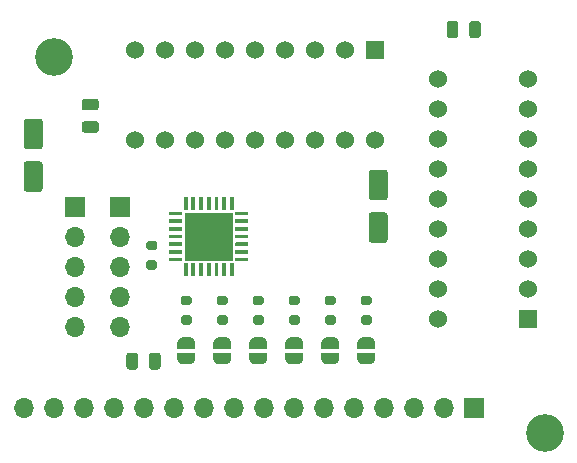
<source format=gbr>
%TF.GenerationSoftware,KiCad,Pcbnew,5.1.10-88a1d61d58~90~ubuntu20.04.1*%
%TF.CreationDate,2021-11-15T16:44:40-05:00*%
%TF.ProjectId,pcb-controller,7063622d-636f-46e7-9472-6f6c6c65722e,rev?*%
%TF.SameCoordinates,Original*%
%TF.FileFunction,Soldermask,Top*%
%TF.FilePolarity,Negative*%
%FSLAX46Y46*%
G04 Gerber Fmt 4.6, Leading zero omitted, Abs format (unit mm)*
G04 Created by KiCad (PCBNEW 5.1.10-88a1d61d58~90~ubuntu20.04.1) date 2021-11-15 16:44:40*
%MOMM*%
%LPD*%
G01*
G04 APERTURE LIST*
%ADD10O,1.700000X1.700000*%
%ADD11R,1.700000X1.700000*%
%ADD12C,1.524000*%
%ADD13R,1.524000X1.524000*%
%ADD14C,0.100000*%
%ADD15C,3.200000*%
%ADD16R,4.100000X4.100000*%
G04 APERTURE END LIST*
D10*
%TO.C,J3*%
X22352000Y-53848000D03*
X24892000Y-53848000D03*
X27432000Y-53848000D03*
X29972000Y-53848000D03*
X32512000Y-53848000D03*
X35052000Y-53848000D03*
X37592000Y-53848000D03*
X40132000Y-53848000D03*
X42672000Y-53848000D03*
X45212000Y-53848000D03*
X47752000Y-53848000D03*
X50292000Y-53848000D03*
X52832000Y-53848000D03*
X55372000Y-53848000D03*
X57912000Y-53848000D03*
D11*
X60452000Y-53848000D03*
%TD*%
%TO.C,C5*%
G36*
G01*
X28415000Y-28694000D02*
X27465000Y-28694000D01*
G75*
G02*
X27215000Y-28444000I0J250000D01*
G01*
X27215000Y-27944000D01*
G75*
G02*
X27465000Y-27694000I250000J0D01*
G01*
X28415000Y-27694000D01*
G75*
G02*
X28665000Y-27944000I0J-250000D01*
G01*
X28665000Y-28444000D01*
G75*
G02*
X28415000Y-28694000I-250000J0D01*
G01*
G37*
G36*
G01*
X28415000Y-30594000D02*
X27465000Y-30594000D01*
G75*
G02*
X27215000Y-30344000I0J250000D01*
G01*
X27215000Y-29844000D01*
G75*
G02*
X27465000Y-29594000I250000J0D01*
G01*
X28415000Y-29594000D01*
G75*
G02*
X28665000Y-29844000I0J-250000D01*
G01*
X28665000Y-30344000D01*
G75*
G02*
X28415000Y-30594000I-250000J0D01*
G01*
G37*
%TD*%
%TO.C,C4*%
G36*
G01*
X60013000Y-22319000D02*
X60013000Y-21369000D01*
G75*
G02*
X60263000Y-21119000I250000J0D01*
G01*
X60763000Y-21119000D01*
G75*
G02*
X61013000Y-21369000I0J-250000D01*
G01*
X61013000Y-22319000D01*
G75*
G02*
X60763000Y-22569000I-250000J0D01*
G01*
X60263000Y-22569000D01*
G75*
G02*
X60013000Y-22319000I0J250000D01*
G01*
G37*
G36*
G01*
X58113000Y-22319000D02*
X58113000Y-21369000D01*
G75*
G02*
X58363000Y-21119000I250000J0D01*
G01*
X58863000Y-21119000D01*
G75*
G02*
X59113000Y-21369000I0J-250000D01*
G01*
X59113000Y-22319000D01*
G75*
G02*
X58863000Y-22569000I-250000J0D01*
G01*
X58363000Y-22569000D01*
G75*
G02*
X58113000Y-22319000I0J250000D01*
G01*
G37*
%TD*%
%TO.C,C3*%
G36*
G01*
X32001000Y-49436000D02*
X32001000Y-50386000D01*
G75*
G02*
X31751000Y-50636000I-250000J0D01*
G01*
X31251000Y-50636000D01*
G75*
G02*
X31001000Y-50386000I0J250000D01*
G01*
X31001000Y-49436000D01*
G75*
G02*
X31251000Y-49186000I250000J0D01*
G01*
X31751000Y-49186000D01*
G75*
G02*
X32001000Y-49436000I0J-250000D01*
G01*
G37*
G36*
G01*
X33901000Y-49436000D02*
X33901000Y-50386000D01*
G75*
G02*
X33651000Y-50636000I-250000J0D01*
G01*
X33151000Y-50636000D01*
G75*
G02*
X32901000Y-50386000I0J250000D01*
G01*
X32901000Y-49436000D01*
G75*
G02*
X33151000Y-49186000I250000J0D01*
G01*
X33651000Y-49186000D01*
G75*
G02*
X33901000Y-49436000I0J-250000D01*
G01*
G37*
%TD*%
%TO.C,C2*%
G36*
G01*
X22564000Y-32990000D02*
X23664000Y-32990000D01*
G75*
G02*
X23914000Y-33240000I0J-250000D01*
G01*
X23914000Y-35340000D01*
G75*
G02*
X23664000Y-35590000I-250000J0D01*
G01*
X22564000Y-35590000D01*
G75*
G02*
X22314000Y-35340000I0J250000D01*
G01*
X22314000Y-33240000D01*
G75*
G02*
X22564000Y-32990000I250000J0D01*
G01*
G37*
G36*
G01*
X22564000Y-29390000D02*
X23664000Y-29390000D01*
G75*
G02*
X23914000Y-29640000I0J-250000D01*
G01*
X23914000Y-31740000D01*
G75*
G02*
X23664000Y-31990000I-250000J0D01*
G01*
X22564000Y-31990000D01*
G75*
G02*
X22314000Y-31740000I0J250000D01*
G01*
X22314000Y-29640000D01*
G75*
G02*
X22564000Y-29390000I250000J0D01*
G01*
G37*
%TD*%
%TO.C,C1*%
G36*
G01*
X51774000Y-37308000D02*
X52874000Y-37308000D01*
G75*
G02*
X53124000Y-37558000I0J-250000D01*
G01*
X53124000Y-39658000D01*
G75*
G02*
X52874000Y-39908000I-250000J0D01*
G01*
X51774000Y-39908000D01*
G75*
G02*
X51524000Y-39658000I0J250000D01*
G01*
X51524000Y-37558000D01*
G75*
G02*
X51774000Y-37308000I250000J0D01*
G01*
G37*
G36*
G01*
X51774000Y-33708000D02*
X52874000Y-33708000D01*
G75*
G02*
X53124000Y-33958000I0J-250000D01*
G01*
X53124000Y-36058000D01*
G75*
G02*
X52874000Y-36308000I-250000J0D01*
G01*
X51774000Y-36308000D01*
G75*
G02*
X51524000Y-36058000I0J250000D01*
G01*
X51524000Y-33958000D01*
G75*
G02*
X51774000Y-33708000I250000J0D01*
G01*
G37*
%TD*%
D12*
%TO.C,CR1*%
X57361057Y-46375540D03*
X57361057Y-43835540D03*
X57361057Y-41295540D03*
X57361057Y-38755540D03*
X57361057Y-36215540D03*
X57361057Y-33675540D03*
X57361057Y-31135540D03*
X57361057Y-28595540D03*
X57361057Y-26055540D03*
X64981057Y-26055540D03*
X64981057Y-28595540D03*
X64981057Y-31135540D03*
X64981057Y-33675540D03*
X64981057Y-36215540D03*
X64981057Y-38755540D03*
X64981057Y-41295540D03*
X64981057Y-43835540D03*
D13*
X64981057Y-46375540D03*
%TD*%
D12*
%TO.C,CR2*%
X52070000Y-31200644D03*
X49530000Y-31200644D03*
X46990000Y-31200644D03*
X44450000Y-31200644D03*
X41910000Y-31200644D03*
X39370000Y-31200644D03*
X36830000Y-31200644D03*
X34290000Y-31200644D03*
X31750000Y-31200644D03*
X31750000Y-23580644D03*
X34290000Y-23580644D03*
X36830000Y-23580644D03*
X39370000Y-23580644D03*
X41910000Y-23580644D03*
X44450000Y-23580644D03*
X46990000Y-23580644D03*
X49530000Y-23580644D03*
D13*
X52070000Y-23580644D03*
%TD*%
D14*
%TO.C,A4*%
G36*
X50558602Y-48387000D02*
G01*
X50558602Y-48362466D01*
X50563412Y-48313635D01*
X50572984Y-48265510D01*
X50587228Y-48218555D01*
X50606005Y-48173222D01*
X50629136Y-48129949D01*
X50656396Y-48089150D01*
X50687524Y-48051221D01*
X50722221Y-48016524D01*
X50760150Y-47985396D01*
X50800949Y-47958136D01*
X50844222Y-47935005D01*
X50889555Y-47916228D01*
X50936510Y-47901984D01*
X50984635Y-47892412D01*
X51033466Y-47887602D01*
X51058000Y-47887602D01*
X51058000Y-47887000D01*
X51558000Y-47887000D01*
X51558000Y-47887602D01*
X51582534Y-47887602D01*
X51631365Y-47892412D01*
X51679490Y-47901984D01*
X51726445Y-47916228D01*
X51771778Y-47935005D01*
X51815051Y-47958136D01*
X51855850Y-47985396D01*
X51893779Y-48016524D01*
X51928476Y-48051221D01*
X51959604Y-48089150D01*
X51986864Y-48129949D01*
X52009995Y-48173222D01*
X52028772Y-48218555D01*
X52043016Y-48265510D01*
X52052588Y-48313635D01*
X52057398Y-48362466D01*
X52057398Y-48387000D01*
X52058000Y-48387000D01*
X52058000Y-48887000D01*
X50558000Y-48887000D01*
X50558000Y-48387000D01*
X50558602Y-48387000D01*
G37*
G36*
X52058000Y-49187000D02*
G01*
X52058000Y-49687000D01*
X52057398Y-49687000D01*
X52057398Y-49711534D01*
X52052588Y-49760365D01*
X52043016Y-49808490D01*
X52028772Y-49855445D01*
X52009995Y-49900778D01*
X51986864Y-49944051D01*
X51959604Y-49984850D01*
X51928476Y-50022779D01*
X51893779Y-50057476D01*
X51855850Y-50088604D01*
X51815051Y-50115864D01*
X51771778Y-50138995D01*
X51726445Y-50157772D01*
X51679490Y-50172016D01*
X51631365Y-50181588D01*
X51582534Y-50186398D01*
X51558000Y-50186398D01*
X51558000Y-50187000D01*
X51058000Y-50187000D01*
X51058000Y-50186398D01*
X51033466Y-50186398D01*
X50984635Y-50181588D01*
X50936510Y-50172016D01*
X50889555Y-50157772D01*
X50844222Y-50138995D01*
X50800949Y-50115864D01*
X50760150Y-50088604D01*
X50722221Y-50057476D01*
X50687524Y-50022779D01*
X50656396Y-49984850D01*
X50629136Y-49944051D01*
X50606005Y-49900778D01*
X50587228Y-49855445D01*
X50572984Y-49808490D01*
X50563412Y-49760365D01*
X50558602Y-49711534D01*
X50558602Y-49687000D01*
X50558000Y-49687000D01*
X50558000Y-49187000D01*
X52058000Y-49187000D01*
G37*
%TD*%
D15*
%TO.C,H2*%
X66421000Y-56007000D03*
%TD*%
%TO.C,H1*%
X24892000Y-24130000D03*
%TD*%
D16*
%TO.C,U1*%
X37973000Y-39370000D03*
G36*
G01*
X35708000Y-41172800D02*
X35708000Y-41467200D01*
G75*
G02*
X35695200Y-41480000I-12800J0D01*
G01*
X34620800Y-41480000D01*
G75*
G02*
X34608000Y-41467200I0J12800D01*
G01*
X34608000Y-41172800D01*
G75*
G02*
X34620800Y-41160000I12800J0D01*
G01*
X35695200Y-41160000D01*
G75*
G02*
X35708000Y-41172800I0J-12800D01*
G01*
G37*
G36*
G01*
X35708000Y-40522800D02*
X35708000Y-40817200D01*
G75*
G02*
X35695200Y-40830000I-12800J0D01*
G01*
X34620800Y-40830000D01*
G75*
G02*
X34608000Y-40817200I0J12800D01*
G01*
X34608000Y-40522800D01*
G75*
G02*
X34620800Y-40510000I12800J0D01*
G01*
X35695200Y-40510000D01*
G75*
G02*
X35708000Y-40522800I0J-12800D01*
G01*
G37*
G36*
G01*
X35708000Y-39872800D02*
X35708000Y-40167200D01*
G75*
G02*
X35695200Y-40180000I-12800J0D01*
G01*
X34620800Y-40180000D01*
G75*
G02*
X34608000Y-40167200I0J12800D01*
G01*
X34608000Y-39872800D01*
G75*
G02*
X34620800Y-39860000I12800J0D01*
G01*
X35695200Y-39860000D01*
G75*
G02*
X35708000Y-39872800I0J-12800D01*
G01*
G37*
G36*
G01*
X35708000Y-39222800D02*
X35708000Y-39517200D01*
G75*
G02*
X35695200Y-39530000I-12800J0D01*
G01*
X34620800Y-39530000D01*
G75*
G02*
X34608000Y-39517200I0J12800D01*
G01*
X34608000Y-39222800D01*
G75*
G02*
X34620800Y-39210000I12800J0D01*
G01*
X35695200Y-39210000D01*
G75*
G02*
X35708000Y-39222800I0J-12800D01*
G01*
G37*
G36*
G01*
X35708000Y-38572800D02*
X35708000Y-38867200D01*
G75*
G02*
X35695200Y-38880000I-12800J0D01*
G01*
X34620800Y-38880000D01*
G75*
G02*
X34608000Y-38867200I0J12800D01*
G01*
X34608000Y-38572800D01*
G75*
G02*
X34620800Y-38560000I12800J0D01*
G01*
X35695200Y-38560000D01*
G75*
G02*
X35708000Y-38572800I0J-12800D01*
G01*
G37*
G36*
G01*
X35708000Y-37922800D02*
X35708000Y-38217200D01*
G75*
G02*
X35695200Y-38230000I-12800J0D01*
G01*
X34620800Y-38230000D01*
G75*
G02*
X34608000Y-38217200I0J12800D01*
G01*
X34608000Y-37922800D01*
G75*
G02*
X34620800Y-37910000I12800J0D01*
G01*
X35695200Y-37910000D01*
G75*
G02*
X35708000Y-37922800I0J-12800D01*
G01*
G37*
G36*
G01*
X35708000Y-37272800D02*
X35708000Y-37567200D01*
G75*
G02*
X35695200Y-37580000I-12800J0D01*
G01*
X34620800Y-37580000D01*
G75*
G02*
X34608000Y-37567200I0J12800D01*
G01*
X34608000Y-37272800D01*
G75*
G02*
X34620800Y-37260000I12800J0D01*
G01*
X35695200Y-37260000D01*
G75*
G02*
X35708000Y-37272800I0J-12800D01*
G01*
G37*
G36*
G01*
X41338000Y-37272800D02*
X41338000Y-37567200D01*
G75*
G02*
X41325200Y-37580000I-12800J0D01*
G01*
X40250800Y-37580000D01*
G75*
G02*
X40238000Y-37567200I0J12800D01*
G01*
X40238000Y-37272800D01*
G75*
G02*
X40250800Y-37260000I12800J0D01*
G01*
X41325200Y-37260000D01*
G75*
G02*
X41338000Y-37272800I0J-12800D01*
G01*
G37*
G36*
G01*
X41338000Y-37922800D02*
X41338000Y-38217200D01*
G75*
G02*
X41325200Y-38230000I-12800J0D01*
G01*
X40250800Y-38230000D01*
G75*
G02*
X40238000Y-38217200I0J12800D01*
G01*
X40238000Y-37922800D01*
G75*
G02*
X40250800Y-37910000I12800J0D01*
G01*
X41325200Y-37910000D01*
G75*
G02*
X41338000Y-37922800I0J-12800D01*
G01*
G37*
G36*
G01*
X41338000Y-38572800D02*
X41338000Y-38867200D01*
G75*
G02*
X41325200Y-38880000I-12800J0D01*
G01*
X40250800Y-38880000D01*
G75*
G02*
X40238000Y-38867200I0J12800D01*
G01*
X40238000Y-38572800D01*
G75*
G02*
X40250800Y-38560000I12800J0D01*
G01*
X41325200Y-38560000D01*
G75*
G02*
X41338000Y-38572800I0J-12800D01*
G01*
G37*
G36*
G01*
X41338000Y-39222800D02*
X41338000Y-39517200D01*
G75*
G02*
X41325200Y-39530000I-12800J0D01*
G01*
X40250800Y-39530000D01*
G75*
G02*
X40238000Y-39517200I0J12800D01*
G01*
X40238000Y-39222800D01*
G75*
G02*
X40250800Y-39210000I12800J0D01*
G01*
X41325200Y-39210000D01*
G75*
G02*
X41338000Y-39222800I0J-12800D01*
G01*
G37*
G36*
G01*
X41338000Y-39872800D02*
X41338000Y-40167200D01*
G75*
G02*
X41325200Y-40180000I-12800J0D01*
G01*
X40250800Y-40180000D01*
G75*
G02*
X40238000Y-40167200I0J12800D01*
G01*
X40238000Y-39872800D01*
G75*
G02*
X40250800Y-39860000I12800J0D01*
G01*
X41325200Y-39860000D01*
G75*
G02*
X41338000Y-39872800I0J-12800D01*
G01*
G37*
G36*
G01*
X41338000Y-40522800D02*
X41338000Y-40817200D01*
G75*
G02*
X41325200Y-40830000I-12800J0D01*
G01*
X40250800Y-40830000D01*
G75*
G02*
X40238000Y-40817200I0J12800D01*
G01*
X40238000Y-40522800D01*
G75*
G02*
X40250800Y-40510000I12800J0D01*
G01*
X41325200Y-40510000D01*
G75*
G02*
X41338000Y-40522800I0J-12800D01*
G01*
G37*
G36*
G01*
X41338000Y-41172800D02*
X41338000Y-41467200D01*
G75*
G02*
X41325200Y-41480000I-12800J0D01*
G01*
X40250800Y-41480000D01*
G75*
G02*
X40238000Y-41467200I0J12800D01*
G01*
X40238000Y-41172800D01*
G75*
G02*
X40250800Y-41160000I12800J0D01*
G01*
X41325200Y-41160000D01*
G75*
G02*
X41338000Y-41172800I0J-12800D01*
G01*
G37*
G36*
G01*
X40083000Y-41647800D02*
X40083000Y-42722200D01*
G75*
G02*
X40070200Y-42735000I-12800J0D01*
G01*
X39775800Y-42735000D01*
G75*
G02*
X39763000Y-42722200I0J12800D01*
G01*
X39763000Y-41647800D01*
G75*
G02*
X39775800Y-41635000I12800J0D01*
G01*
X40070200Y-41635000D01*
G75*
G02*
X40083000Y-41647800I0J-12800D01*
G01*
G37*
G36*
G01*
X39433000Y-41647800D02*
X39433000Y-42722200D01*
G75*
G02*
X39420200Y-42735000I-12800J0D01*
G01*
X39125800Y-42735000D01*
G75*
G02*
X39113000Y-42722200I0J12800D01*
G01*
X39113000Y-41647800D01*
G75*
G02*
X39125800Y-41635000I12800J0D01*
G01*
X39420200Y-41635000D01*
G75*
G02*
X39433000Y-41647800I0J-12800D01*
G01*
G37*
G36*
G01*
X38783000Y-41647800D02*
X38783000Y-42722200D01*
G75*
G02*
X38770200Y-42735000I-12800J0D01*
G01*
X38475800Y-42735000D01*
G75*
G02*
X38463000Y-42722200I0J12800D01*
G01*
X38463000Y-41647800D01*
G75*
G02*
X38475800Y-41635000I12800J0D01*
G01*
X38770200Y-41635000D01*
G75*
G02*
X38783000Y-41647800I0J-12800D01*
G01*
G37*
G36*
G01*
X38133000Y-41647800D02*
X38133000Y-42722200D01*
G75*
G02*
X38120200Y-42735000I-12800J0D01*
G01*
X37825800Y-42735000D01*
G75*
G02*
X37813000Y-42722200I0J12800D01*
G01*
X37813000Y-41647800D01*
G75*
G02*
X37825800Y-41635000I12800J0D01*
G01*
X38120200Y-41635000D01*
G75*
G02*
X38133000Y-41647800I0J-12800D01*
G01*
G37*
G36*
G01*
X37483000Y-41647800D02*
X37483000Y-42722200D01*
G75*
G02*
X37470200Y-42735000I-12800J0D01*
G01*
X37175800Y-42735000D01*
G75*
G02*
X37163000Y-42722200I0J12800D01*
G01*
X37163000Y-41647800D01*
G75*
G02*
X37175800Y-41635000I12800J0D01*
G01*
X37470200Y-41635000D01*
G75*
G02*
X37483000Y-41647800I0J-12800D01*
G01*
G37*
G36*
G01*
X36833000Y-41647800D02*
X36833000Y-42722200D01*
G75*
G02*
X36820200Y-42735000I-12800J0D01*
G01*
X36525800Y-42735000D01*
G75*
G02*
X36513000Y-42722200I0J12800D01*
G01*
X36513000Y-41647800D01*
G75*
G02*
X36525800Y-41635000I12800J0D01*
G01*
X36820200Y-41635000D01*
G75*
G02*
X36833000Y-41647800I0J-12800D01*
G01*
G37*
G36*
G01*
X36183000Y-41647800D02*
X36183000Y-42722200D01*
G75*
G02*
X36170200Y-42735000I-12800J0D01*
G01*
X35875800Y-42735000D01*
G75*
G02*
X35863000Y-42722200I0J12800D01*
G01*
X35863000Y-41647800D01*
G75*
G02*
X35875800Y-41635000I12800J0D01*
G01*
X36170200Y-41635000D01*
G75*
G02*
X36183000Y-41647800I0J-12800D01*
G01*
G37*
G36*
G01*
X36183000Y-36017800D02*
X36183000Y-37092200D01*
G75*
G02*
X36170200Y-37105000I-12800J0D01*
G01*
X35875800Y-37105000D01*
G75*
G02*
X35863000Y-37092200I0J12800D01*
G01*
X35863000Y-36017800D01*
G75*
G02*
X35875800Y-36005000I12800J0D01*
G01*
X36170200Y-36005000D01*
G75*
G02*
X36183000Y-36017800I0J-12800D01*
G01*
G37*
G36*
G01*
X36833000Y-36017800D02*
X36833000Y-37092200D01*
G75*
G02*
X36820200Y-37105000I-12800J0D01*
G01*
X36525800Y-37105000D01*
G75*
G02*
X36513000Y-37092200I0J12800D01*
G01*
X36513000Y-36017800D01*
G75*
G02*
X36525800Y-36005000I12800J0D01*
G01*
X36820200Y-36005000D01*
G75*
G02*
X36833000Y-36017800I0J-12800D01*
G01*
G37*
G36*
G01*
X37483000Y-36017800D02*
X37483000Y-37092200D01*
G75*
G02*
X37470200Y-37105000I-12800J0D01*
G01*
X37175800Y-37105000D01*
G75*
G02*
X37163000Y-37092200I0J12800D01*
G01*
X37163000Y-36017800D01*
G75*
G02*
X37175800Y-36005000I12800J0D01*
G01*
X37470200Y-36005000D01*
G75*
G02*
X37483000Y-36017800I0J-12800D01*
G01*
G37*
G36*
G01*
X38133000Y-36017800D02*
X38133000Y-37092200D01*
G75*
G02*
X38120200Y-37105000I-12800J0D01*
G01*
X37825800Y-37105000D01*
G75*
G02*
X37813000Y-37092200I0J12800D01*
G01*
X37813000Y-36017800D01*
G75*
G02*
X37825800Y-36005000I12800J0D01*
G01*
X38120200Y-36005000D01*
G75*
G02*
X38133000Y-36017800I0J-12800D01*
G01*
G37*
G36*
G01*
X38783000Y-36017800D02*
X38783000Y-37092200D01*
G75*
G02*
X38770200Y-37105000I-12800J0D01*
G01*
X38475800Y-37105000D01*
G75*
G02*
X38463000Y-37092200I0J12800D01*
G01*
X38463000Y-36017800D01*
G75*
G02*
X38475800Y-36005000I12800J0D01*
G01*
X38770200Y-36005000D01*
G75*
G02*
X38783000Y-36017800I0J-12800D01*
G01*
G37*
G36*
G01*
X39433000Y-36017800D02*
X39433000Y-37092200D01*
G75*
G02*
X39420200Y-37105000I-12800J0D01*
G01*
X39125800Y-37105000D01*
G75*
G02*
X39113000Y-37092200I0J12800D01*
G01*
X39113000Y-36017800D01*
G75*
G02*
X39125800Y-36005000I12800J0D01*
G01*
X39420200Y-36005000D01*
G75*
G02*
X39433000Y-36017800I0J-12800D01*
G01*
G37*
G36*
G01*
X40083000Y-36017800D02*
X40083000Y-37092200D01*
G75*
G02*
X40070200Y-37105000I-12800J0D01*
G01*
X39775800Y-37105000D01*
G75*
G02*
X39763000Y-37092200I0J12800D01*
G01*
X39763000Y-36017800D01*
G75*
G02*
X39775800Y-36005000I12800J0D01*
G01*
X40070200Y-36005000D01*
G75*
G02*
X40083000Y-36017800I0J-12800D01*
G01*
G37*
%TD*%
%TO.C,R7*%
G36*
G01*
X32872000Y-41383000D02*
X33422000Y-41383000D01*
G75*
G02*
X33622000Y-41583000I0J-200000D01*
G01*
X33622000Y-41983000D01*
G75*
G02*
X33422000Y-42183000I-200000J0D01*
G01*
X32872000Y-42183000D01*
G75*
G02*
X32672000Y-41983000I0J200000D01*
G01*
X32672000Y-41583000D01*
G75*
G02*
X32872000Y-41383000I200000J0D01*
G01*
G37*
G36*
G01*
X32872000Y-39733000D02*
X33422000Y-39733000D01*
G75*
G02*
X33622000Y-39933000I0J-200000D01*
G01*
X33622000Y-40333000D01*
G75*
G02*
X33422000Y-40533000I-200000J0D01*
G01*
X32872000Y-40533000D01*
G75*
G02*
X32672000Y-40333000I0J200000D01*
G01*
X32672000Y-39933000D01*
G75*
G02*
X32872000Y-39733000I200000J0D01*
G01*
G37*
%TD*%
%TO.C,R6*%
G36*
G01*
X39391000Y-45168500D02*
X38841000Y-45168500D01*
G75*
G02*
X38641000Y-44968500I0J200000D01*
G01*
X38641000Y-44568500D01*
G75*
G02*
X38841000Y-44368500I200000J0D01*
G01*
X39391000Y-44368500D01*
G75*
G02*
X39591000Y-44568500I0J-200000D01*
G01*
X39591000Y-44968500D01*
G75*
G02*
X39391000Y-45168500I-200000J0D01*
G01*
G37*
G36*
G01*
X39391000Y-46818500D02*
X38841000Y-46818500D01*
G75*
G02*
X38641000Y-46618500I0J200000D01*
G01*
X38641000Y-46218500D01*
G75*
G02*
X38841000Y-46018500I200000J0D01*
G01*
X39391000Y-46018500D01*
G75*
G02*
X39591000Y-46218500I0J-200000D01*
G01*
X39591000Y-46618500D01*
G75*
G02*
X39391000Y-46818500I-200000J0D01*
G01*
G37*
%TD*%
%TO.C,R5*%
G36*
G01*
X42439000Y-45168500D02*
X41889000Y-45168500D01*
G75*
G02*
X41689000Y-44968500I0J200000D01*
G01*
X41689000Y-44568500D01*
G75*
G02*
X41889000Y-44368500I200000J0D01*
G01*
X42439000Y-44368500D01*
G75*
G02*
X42639000Y-44568500I0J-200000D01*
G01*
X42639000Y-44968500D01*
G75*
G02*
X42439000Y-45168500I-200000J0D01*
G01*
G37*
G36*
G01*
X42439000Y-46818500D02*
X41889000Y-46818500D01*
G75*
G02*
X41689000Y-46618500I0J200000D01*
G01*
X41689000Y-46218500D01*
G75*
G02*
X41889000Y-46018500I200000J0D01*
G01*
X42439000Y-46018500D01*
G75*
G02*
X42639000Y-46218500I0J-200000D01*
G01*
X42639000Y-46618500D01*
G75*
G02*
X42439000Y-46818500I-200000J0D01*
G01*
G37*
%TD*%
%TO.C,R4*%
G36*
G01*
X45487000Y-45168500D02*
X44937000Y-45168500D01*
G75*
G02*
X44737000Y-44968500I0J200000D01*
G01*
X44737000Y-44568500D01*
G75*
G02*
X44937000Y-44368500I200000J0D01*
G01*
X45487000Y-44368500D01*
G75*
G02*
X45687000Y-44568500I0J-200000D01*
G01*
X45687000Y-44968500D01*
G75*
G02*
X45487000Y-45168500I-200000J0D01*
G01*
G37*
G36*
G01*
X45487000Y-46818500D02*
X44937000Y-46818500D01*
G75*
G02*
X44737000Y-46618500I0J200000D01*
G01*
X44737000Y-46218500D01*
G75*
G02*
X44937000Y-46018500I200000J0D01*
G01*
X45487000Y-46018500D01*
G75*
G02*
X45687000Y-46218500I0J-200000D01*
G01*
X45687000Y-46618500D01*
G75*
G02*
X45487000Y-46818500I-200000J0D01*
G01*
G37*
%TD*%
%TO.C,R3*%
G36*
G01*
X48535000Y-45168500D02*
X47985000Y-45168500D01*
G75*
G02*
X47785000Y-44968500I0J200000D01*
G01*
X47785000Y-44568500D01*
G75*
G02*
X47985000Y-44368500I200000J0D01*
G01*
X48535000Y-44368500D01*
G75*
G02*
X48735000Y-44568500I0J-200000D01*
G01*
X48735000Y-44968500D01*
G75*
G02*
X48535000Y-45168500I-200000J0D01*
G01*
G37*
G36*
G01*
X48535000Y-46818500D02*
X47985000Y-46818500D01*
G75*
G02*
X47785000Y-46618500I0J200000D01*
G01*
X47785000Y-46218500D01*
G75*
G02*
X47985000Y-46018500I200000J0D01*
G01*
X48535000Y-46018500D01*
G75*
G02*
X48735000Y-46218500I0J-200000D01*
G01*
X48735000Y-46618500D01*
G75*
G02*
X48535000Y-46818500I-200000J0D01*
G01*
G37*
%TD*%
%TO.C,R2*%
G36*
G01*
X51583000Y-45168500D02*
X51033000Y-45168500D01*
G75*
G02*
X50833000Y-44968500I0J200000D01*
G01*
X50833000Y-44568500D01*
G75*
G02*
X51033000Y-44368500I200000J0D01*
G01*
X51583000Y-44368500D01*
G75*
G02*
X51783000Y-44568500I0J-200000D01*
G01*
X51783000Y-44968500D01*
G75*
G02*
X51583000Y-45168500I-200000J0D01*
G01*
G37*
G36*
G01*
X51583000Y-46818500D02*
X51033000Y-46818500D01*
G75*
G02*
X50833000Y-46618500I0J200000D01*
G01*
X50833000Y-46218500D01*
G75*
G02*
X51033000Y-46018500I200000J0D01*
G01*
X51583000Y-46018500D01*
G75*
G02*
X51783000Y-46218500I0J-200000D01*
G01*
X51783000Y-46618500D01*
G75*
G02*
X51583000Y-46818500I-200000J0D01*
G01*
G37*
%TD*%
%TO.C,R1*%
G36*
G01*
X36343000Y-45168500D02*
X35793000Y-45168500D01*
G75*
G02*
X35593000Y-44968500I0J200000D01*
G01*
X35593000Y-44568500D01*
G75*
G02*
X35793000Y-44368500I200000J0D01*
G01*
X36343000Y-44368500D01*
G75*
G02*
X36543000Y-44568500I0J-200000D01*
G01*
X36543000Y-44968500D01*
G75*
G02*
X36343000Y-45168500I-200000J0D01*
G01*
G37*
G36*
G01*
X36343000Y-46818500D02*
X35793000Y-46818500D01*
G75*
G02*
X35593000Y-46618500I0J200000D01*
G01*
X35593000Y-46218500D01*
G75*
G02*
X35793000Y-46018500I200000J0D01*
G01*
X36343000Y-46018500D01*
G75*
G02*
X36543000Y-46218500I0J-200000D01*
G01*
X36543000Y-46618500D01*
G75*
G02*
X36343000Y-46818500I-200000J0D01*
G01*
G37*
%TD*%
D14*
%TO.C,A5*%
G36*
X35318602Y-48387000D02*
G01*
X35318602Y-48362466D01*
X35323412Y-48313635D01*
X35332984Y-48265510D01*
X35347228Y-48218555D01*
X35366005Y-48173222D01*
X35389136Y-48129949D01*
X35416396Y-48089150D01*
X35447524Y-48051221D01*
X35482221Y-48016524D01*
X35520150Y-47985396D01*
X35560949Y-47958136D01*
X35604222Y-47935005D01*
X35649555Y-47916228D01*
X35696510Y-47901984D01*
X35744635Y-47892412D01*
X35793466Y-47887602D01*
X35818000Y-47887602D01*
X35818000Y-47887000D01*
X36318000Y-47887000D01*
X36318000Y-47887602D01*
X36342534Y-47887602D01*
X36391365Y-47892412D01*
X36439490Y-47901984D01*
X36486445Y-47916228D01*
X36531778Y-47935005D01*
X36575051Y-47958136D01*
X36615850Y-47985396D01*
X36653779Y-48016524D01*
X36688476Y-48051221D01*
X36719604Y-48089150D01*
X36746864Y-48129949D01*
X36769995Y-48173222D01*
X36788772Y-48218555D01*
X36803016Y-48265510D01*
X36812588Y-48313635D01*
X36817398Y-48362466D01*
X36817398Y-48387000D01*
X36818000Y-48387000D01*
X36818000Y-48887000D01*
X35318000Y-48887000D01*
X35318000Y-48387000D01*
X35318602Y-48387000D01*
G37*
G36*
X36818000Y-49187000D02*
G01*
X36818000Y-49687000D01*
X36817398Y-49687000D01*
X36817398Y-49711534D01*
X36812588Y-49760365D01*
X36803016Y-49808490D01*
X36788772Y-49855445D01*
X36769995Y-49900778D01*
X36746864Y-49944051D01*
X36719604Y-49984850D01*
X36688476Y-50022779D01*
X36653779Y-50057476D01*
X36615850Y-50088604D01*
X36575051Y-50115864D01*
X36531778Y-50138995D01*
X36486445Y-50157772D01*
X36439490Y-50172016D01*
X36391365Y-50181588D01*
X36342534Y-50186398D01*
X36318000Y-50186398D01*
X36318000Y-50187000D01*
X35818000Y-50187000D01*
X35818000Y-50186398D01*
X35793466Y-50186398D01*
X35744635Y-50181588D01*
X35696510Y-50172016D01*
X35649555Y-50157772D01*
X35604222Y-50138995D01*
X35560949Y-50115864D01*
X35520150Y-50088604D01*
X35482221Y-50057476D01*
X35447524Y-50022779D01*
X35416396Y-49984850D01*
X35389136Y-49944051D01*
X35366005Y-49900778D01*
X35347228Y-49855445D01*
X35332984Y-49808490D01*
X35323412Y-49760365D01*
X35318602Y-49711534D01*
X35318602Y-49687000D01*
X35318000Y-49687000D01*
X35318000Y-49187000D01*
X36818000Y-49187000D01*
G37*
%TD*%
%TO.C,A3*%
G36*
X47510602Y-48387000D02*
G01*
X47510602Y-48362466D01*
X47515412Y-48313635D01*
X47524984Y-48265510D01*
X47539228Y-48218555D01*
X47558005Y-48173222D01*
X47581136Y-48129949D01*
X47608396Y-48089150D01*
X47639524Y-48051221D01*
X47674221Y-48016524D01*
X47712150Y-47985396D01*
X47752949Y-47958136D01*
X47796222Y-47935005D01*
X47841555Y-47916228D01*
X47888510Y-47901984D01*
X47936635Y-47892412D01*
X47985466Y-47887602D01*
X48010000Y-47887602D01*
X48010000Y-47887000D01*
X48510000Y-47887000D01*
X48510000Y-47887602D01*
X48534534Y-47887602D01*
X48583365Y-47892412D01*
X48631490Y-47901984D01*
X48678445Y-47916228D01*
X48723778Y-47935005D01*
X48767051Y-47958136D01*
X48807850Y-47985396D01*
X48845779Y-48016524D01*
X48880476Y-48051221D01*
X48911604Y-48089150D01*
X48938864Y-48129949D01*
X48961995Y-48173222D01*
X48980772Y-48218555D01*
X48995016Y-48265510D01*
X49004588Y-48313635D01*
X49009398Y-48362466D01*
X49009398Y-48387000D01*
X49010000Y-48387000D01*
X49010000Y-48887000D01*
X47510000Y-48887000D01*
X47510000Y-48387000D01*
X47510602Y-48387000D01*
G37*
G36*
X49010000Y-49187000D02*
G01*
X49010000Y-49687000D01*
X49009398Y-49687000D01*
X49009398Y-49711534D01*
X49004588Y-49760365D01*
X48995016Y-49808490D01*
X48980772Y-49855445D01*
X48961995Y-49900778D01*
X48938864Y-49944051D01*
X48911604Y-49984850D01*
X48880476Y-50022779D01*
X48845779Y-50057476D01*
X48807850Y-50088604D01*
X48767051Y-50115864D01*
X48723778Y-50138995D01*
X48678445Y-50157772D01*
X48631490Y-50172016D01*
X48583365Y-50181588D01*
X48534534Y-50186398D01*
X48510000Y-50186398D01*
X48510000Y-50187000D01*
X48010000Y-50187000D01*
X48010000Y-50186398D01*
X47985466Y-50186398D01*
X47936635Y-50181588D01*
X47888510Y-50172016D01*
X47841555Y-50157772D01*
X47796222Y-50138995D01*
X47752949Y-50115864D01*
X47712150Y-50088604D01*
X47674221Y-50057476D01*
X47639524Y-50022779D01*
X47608396Y-49984850D01*
X47581136Y-49944051D01*
X47558005Y-49900778D01*
X47539228Y-49855445D01*
X47524984Y-49808490D01*
X47515412Y-49760365D01*
X47510602Y-49711534D01*
X47510602Y-49687000D01*
X47510000Y-49687000D01*
X47510000Y-49187000D01*
X49010000Y-49187000D01*
G37*
%TD*%
%TO.C,A2*%
G36*
X44462602Y-48387000D02*
G01*
X44462602Y-48362466D01*
X44467412Y-48313635D01*
X44476984Y-48265510D01*
X44491228Y-48218555D01*
X44510005Y-48173222D01*
X44533136Y-48129949D01*
X44560396Y-48089150D01*
X44591524Y-48051221D01*
X44626221Y-48016524D01*
X44664150Y-47985396D01*
X44704949Y-47958136D01*
X44748222Y-47935005D01*
X44793555Y-47916228D01*
X44840510Y-47901984D01*
X44888635Y-47892412D01*
X44937466Y-47887602D01*
X44962000Y-47887602D01*
X44962000Y-47887000D01*
X45462000Y-47887000D01*
X45462000Y-47887602D01*
X45486534Y-47887602D01*
X45535365Y-47892412D01*
X45583490Y-47901984D01*
X45630445Y-47916228D01*
X45675778Y-47935005D01*
X45719051Y-47958136D01*
X45759850Y-47985396D01*
X45797779Y-48016524D01*
X45832476Y-48051221D01*
X45863604Y-48089150D01*
X45890864Y-48129949D01*
X45913995Y-48173222D01*
X45932772Y-48218555D01*
X45947016Y-48265510D01*
X45956588Y-48313635D01*
X45961398Y-48362466D01*
X45961398Y-48387000D01*
X45962000Y-48387000D01*
X45962000Y-48887000D01*
X44462000Y-48887000D01*
X44462000Y-48387000D01*
X44462602Y-48387000D01*
G37*
G36*
X45962000Y-49187000D02*
G01*
X45962000Y-49687000D01*
X45961398Y-49687000D01*
X45961398Y-49711534D01*
X45956588Y-49760365D01*
X45947016Y-49808490D01*
X45932772Y-49855445D01*
X45913995Y-49900778D01*
X45890864Y-49944051D01*
X45863604Y-49984850D01*
X45832476Y-50022779D01*
X45797779Y-50057476D01*
X45759850Y-50088604D01*
X45719051Y-50115864D01*
X45675778Y-50138995D01*
X45630445Y-50157772D01*
X45583490Y-50172016D01*
X45535365Y-50181588D01*
X45486534Y-50186398D01*
X45462000Y-50186398D01*
X45462000Y-50187000D01*
X44962000Y-50187000D01*
X44962000Y-50186398D01*
X44937466Y-50186398D01*
X44888635Y-50181588D01*
X44840510Y-50172016D01*
X44793555Y-50157772D01*
X44748222Y-50138995D01*
X44704949Y-50115864D01*
X44664150Y-50088604D01*
X44626221Y-50057476D01*
X44591524Y-50022779D01*
X44560396Y-49984850D01*
X44533136Y-49944051D01*
X44510005Y-49900778D01*
X44491228Y-49855445D01*
X44476984Y-49808490D01*
X44467412Y-49760365D01*
X44462602Y-49711534D01*
X44462602Y-49687000D01*
X44462000Y-49687000D01*
X44462000Y-49187000D01*
X45962000Y-49187000D01*
G37*
%TD*%
%TO.C,A1*%
G36*
X41414602Y-48387000D02*
G01*
X41414602Y-48362466D01*
X41419412Y-48313635D01*
X41428984Y-48265510D01*
X41443228Y-48218555D01*
X41462005Y-48173222D01*
X41485136Y-48129949D01*
X41512396Y-48089150D01*
X41543524Y-48051221D01*
X41578221Y-48016524D01*
X41616150Y-47985396D01*
X41656949Y-47958136D01*
X41700222Y-47935005D01*
X41745555Y-47916228D01*
X41792510Y-47901984D01*
X41840635Y-47892412D01*
X41889466Y-47887602D01*
X41914000Y-47887602D01*
X41914000Y-47887000D01*
X42414000Y-47887000D01*
X42414000Y-47887602D01*
X42438534Y-47887602D01*
X42487365Y-47892412D01*
X42535490Y-47901984D01*
X42582445Y-47916228D01*
X42627778Y-47935005D01*
X42671051Y-47958136D01*
X42711850Y-47985396D01*
X42749779Y-48016524D01*
X42784476Y-48051221D01*
X42815604Y-48089150D01*
X42842864Y-48129949D01*
X42865995Y-48173222D01*
X42884772Y-48218555D01*
X42899016Y-48265510D01*
X42908588Y-48313635D01*
X42913398Y-48362466D01*
X42913398Y-48387000D01*
X42914000Y-48387000D01*
X42914000Y-48887000D01*
X41414000Y-48887000D01*
X41414000Y-48387000D01*
X41414602Y-48387000D01*
G37*
G36*
X42914000Y-49187000D02*
G01*
X42914000Y-49687000D01*
X42913398Y-49687000D01*
X42913398Y-49711534D01*
X42908588Y-49760365D01*
X42899016Y-49808490D01*
X42884772Y-49855445D01*
X42865995Y-49900778D01*
X42842864Y-49944051D01*
X42815604Y-49984850D01*
X42784476Y-50022779D01*
X42749779Y-50057476D01*
X42711850Y-50088604D01*
X42671051Y-50115864D01*
X42627778Y-50138995D01*
X42582445Y-50157772D01*
X42535490Y-50172016D01*
X42487365Y-50181588D01*
X42438534Y-50186398D01*
X42414000Y-50186398D01*
X42414000Y-50187000D01*
X41914000Y-50187000D01*
X41914000Y-50186398D01*
X41889466Y-50186398D01*
X41840635Y-50181588D01*
X41792510Y-50172016D01*
X41745555Y-50157772D01*
X41700222Y-50138995D01*
X41656949Y-50115864D01*
X41616150Y-50088604D01*
X41578221Y-50057476D01*
X41543524Y-50022779D01*
X41512396Y-49984850D01*
X41485136Y-49944051D01*
X41462005Y-49900778D01*
X41443228Y-49855445D01*
X41428984Y-49808490D01*
X41419412Y-49760365D01*
X41414602Y-49711534D01*
X41414602Y-49687000D01*
X41414000Y-49687000D01*
X41414000Y-49187000D01*
X42914000Y-49187000D01*
G37*
%TD*%
%TO.C,A0*%
G36*
X38366602Y-48387000D02*
G01*
X38366602Y-48362466D01*
X38371412Y-48313635D01*
X38380984Y-48265510D01*
X38395228Y-48218555D01*
X38414005Y-48173222D01*
X38437136Y-48129949D01*
X38464396Y-48089150D01*
X38495524Y-48051221D01*
X38530221Y-48016524D01*
X38568150Y-47985396D01*
X38608949Y-47958136D01*
X38652222Y-47935005D01*
X38697555Y-47916228D01*
X38744510Y-47901984D01*
X38792635Y-47892412D01*
X38841466Y-47887602D01*
X38866000Y-47887602D01*
X38866000Y-47887000D01*
X39366000Y-47887000D01*
X39366000Y-47887602D01*
X39390534Y-47887602D01*
X39439365Y-47892412D01*
X39487490Y-47901984D01*
X39534445Y-47916228D01*
X39579778Y-47935005D01*
X39623051Y-47958136D01*
X39663850Y-47985396D01*
X39701779Y-48016524D01*
X39736476Y-48051221D01*
X39767604Y-48089150D01*
X39794864Y-48129949D01*
X39817995Y-48173222D01*
X39836772Y-48218555D01*
X39851016Y-48265510D01*
X39860588Y-48313635D01*
X39865398Y-48362466D01*
X39865398Y-48387000D01*
X39866000Y-48387000D01*
X39866000Y-48887000D01*
X38366000Y-48887000D01*
X38366000Y-48387000D01*
X38366602Y-48387000D01*
G37*
G36*
X39866000Y-49187000D02*
G01*
X39866000Y-49687000D01*
X39865398Y-49687000D01*
X39865398Y-49711534D01*
X39860588Y-49760365D01*
X39851016Y-49808490D01*
X39836772Y-49855445D01*
X39817995Y-49900778D01*
X39794864Y-49944051D01*
X39767604Y-49984850D01*
X39736476Y-50022779D01*
X39701779Y-50057476D01*
X39663850Y-50088604D01*
X39623051Y-50115864D01*
X39579778Y-50138995D01*
X39534445Y-50157772D01*
X39487490Y-50172016D01*
X39439365Y-50181588D01*
X39390534Y-50186398D01*
X39366000Y-50186398D01*
X39366000Y-50187000D01*
X38866000Y-50187000D01*
X38866000Y-50186398D01*
X38841466Y-50186398D01*
X38792635Y-50181588D01*
X38744510Y-50172016D01*
X38697555Y-50157772D01*
X38652222Y-50138995D01*
X38608949Y-50115864D01*
X38568150Y-50088604D01*
X38530221Y-50057476D01*
X38495524Y-50022779D01*
X38464396Y-49984850D01*
X38437136Y-49944051D01*
X38414005Y-49900778D01*
X38395228Y-49855445D01*
X38380984Y-49808490D01*
X38371412Y-49760365D01*
X38366602Y-49711534D01*
X38366602Y-49687000D01*
X38366000Y-49687000D01*
X38366000Y-49187000D01*
X39866000Y-49187000D01*
G37*
%TD*%
D10*
%TO.C,J2*%
X30480000Y-46990000D03*
X30480000Y-44450000D03*
X30480000Y-41910000D03*
X30480000Y-39370000D03*
D11*
X30480000Y-36830000D03*
%TD*%
D10*
%TO.C,J1*%
X26670000Y-46990000D03*
X26670000Y-44450000D03*
X26670000Y-41910000D03*
X26670000Y-39370000D03*
D11*
X26670000Y-36830000D03*
%TD*%
M02*

</source>
